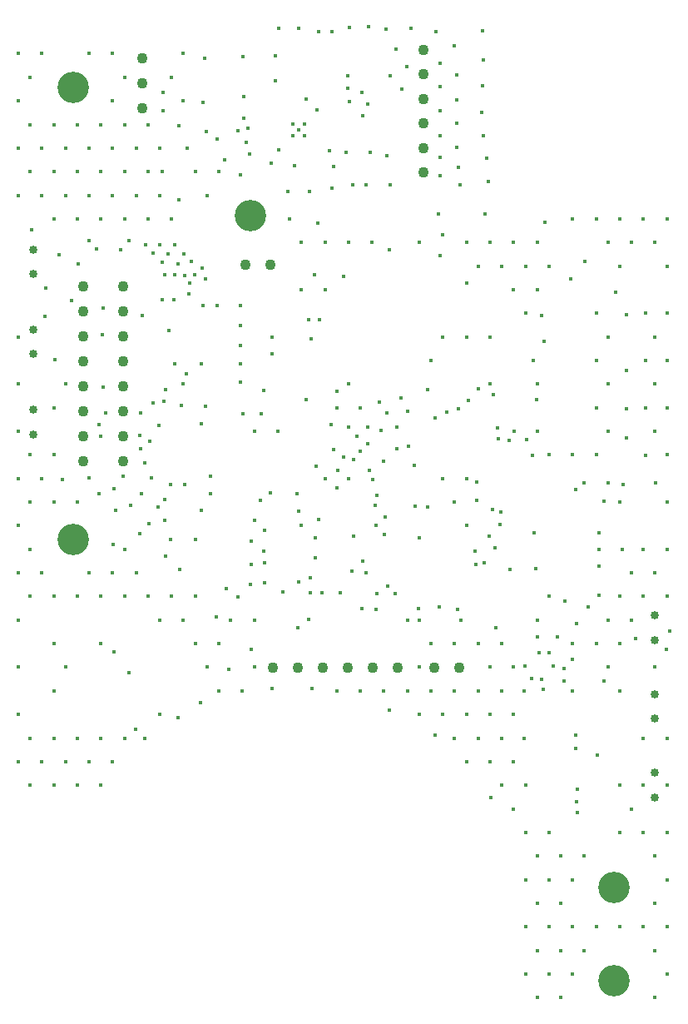
<source format=gbr>
%TF.GenerationSoftware,Altium Limited,Altium Designer,25.3.3 (18)*%
G04 Layer_Color=0*
%FSLAX45Y45*%
%MOMM*%
%TF.SameCoordinates,BD87FDF2-1F07-4250-B4CA-E9600B944348*%
%TF.FilePolarity,Positive*%
%TF.FileFunction,Plated,1,2,PTH,Drill*%
%TF.Part,Single*%
G01*
G75*
%TA.AperFunction,ComponentDrill*%
%ADD102C,1.10000*%
%ADD103C,3.20000*%
%ADD104C,0.85000*%
%ADD105C,1.10000*%
%TA.AperFunction,ViaDrill,NotFilled*%
%ADD106C,0.40000*%
D102*
X1400000Y5600000D02*
D03*
Y5346000D02*
D03*
Y5092000D02*
D03*
X799999Y2262000D02*
D03*
Y2516000D02*
D03*
Y2008000D02*
D03*
Y3024000D02*
D03*
Y3278000D02*
D03*
Y2770000D02*
D03*
Y1754000D02*
D03*
Y1500000D02*
D03*
X1199999Y2262000D02*
D03*
Y2516000D02*
D03*
Y2008000D02*
D03*
Y3024000D02*
D03*
Y3278000D02*
D03*
Y2770000D02*
D03*
Y1754000D02*
D03*
Y1500000D02*
D03*
X4260000Y5185000D02*
D03*
Y5685000D02*
D03*
Y5435000D02*
D03*
Y4935000D02*
D03*
Y4685000D02*
D03*
Y4435000D02*
D03*
D103*
X700000Y700000D02*
D03*
X2500000Y4000000D02*
D03*
X6202500Y-3785000D02*
D03*
Y-2835000D02*
D03*
X700000Y5300000D02*
D03*
D104*
X292700Y3402700D02*
D03*
Y3652700D02*
D03*
X290000Y1770000D02*
D03*
Y2020000D02*
D03*
Y2590000D02*
D03*
Y2840000D02*
D03*
X6616700Y-67500D02*
D03*
Y-317500D02*
D03*
Y-1667700D02*
D03*
Y-1917700D02*
D03*
Y-867600D02*
D03*
Y-1117600D02*
D03*
D105*
X4001900Y-602600D02*
D03*
X3493900D02*
D03*
X2731900D02*
D03*
X2985900D02*
D03*
X3239900D02*
D03*
X3747900D02*
D03*
X2699999Y3500000D02*
D03*
X2445999D02*
D03*
X4624200Y-602600D02*
D03*
X4370200D02*
D03*
D106*
X3150000Y3400000D02*
D03*
X3450000Y3380000D02*
D03*
X1330000Y-1230000D02*
D03*
X2510000Y-410000D02*
D03*
X2280000Y-620000D02*
D03*
X2150000Y-80000D02*
D03*
X3350000Y1620000D02*
D03*
X4170000Y1460000D02*
D03*
X4960000Y1010000D02*
D03*
X5050000Y980000D02*
D03*
X5040000Y860000D02*
D03*
X4930000Y740000D02*
D03*
X4990000Y620000D02*
D03*
X4880000Y470000D02*
D03*
X4782699Y583675D02*
D03*
X4800691Y1100899D02*
D03*
X4790000Y450000D02*
D03*
X5000000Y-190000D02*
D03*
X3380000Y1230000D02*
D03*
X1100000Y650000D02*
D03*
X1400000Y2980000D02*
D03*
X990000Y2790000D02*
D03*
X1000000Y3060000D02*
D03*
X1180000Y3650000D02*
D03*
X936694Y3654267D02*
D03*
X750000Y3510000D02*
D03*
X270000Y3850000D02*
D03*
X550000Y3600000D02*
D03*
X420000Y3260000D02*
D03*
X680000Y3130000D02*
D03*
X410000Y2970000D02*
D03*
X510000Y2530000D02*
D03*
X4179992Y1039998D02*
D03*
X3990000Y1630000D02*
D03*
X3850000Y1500000D02*
D03*
X4110000Y1650000D02*
D03*
X3167827Y1451830D02*
D03*
X2610000Y1980000D02*
D03*
X2420000D02*
D03*
X2000000Y1880000D02*
D03*
X2043463Y2060000D02*
D03*
X2638122Y2218222D02*
D03*
X3320000Y1870000D02*
D03*
X3890000Y1990000D02*
D03*
X3990000Y1850000D02*
D03*
X3694896Y1675104D02*
D03*
X3546913Y1515347D02*
D03*
X3619896Y1600104D02*
D03*
X3831337Y1811471D02*
D03*
X3690000Y1850000D02*
D03*
X3580000Y1750000D02*
D03*
X4300000Y2230000D02*
D03*
X4030000Y2140000D02*
D03*
X4100000Y2010000D02*
D03*
X3810000Y2100000D02*
D03*
X3709587Y1409379D02*
D03*
X3450000Y1540000D02*
D03*
X3740000Y1310000D02*
D03*
X3790000Y1150000D02*
D03*
X3770000Y1050000D02*
D03*
X3050000Y4810000D02*
D03*
X2930000D02*
D03*
Y4930000D02*
D03*
X3050000D02*
D03*
X2990000Y4870000D02*
D03*
X1770000Y4910000D02*
D03*
X1610000Y5250000D02*
D03*
Y5060000D02*
D03*
X6050000Y430000D02*
D03*
Y770000D02*
D03*
Y600000D02*
D03*
X6280000Y603789D02*
D03*
X5390000Y770000D02*
D03*
X5400000Y410000D02*
D03*
X5700000Y80000D02*
D03*
X5940000Y20000D02*
D03*
X6050000Y140000D02*
D03*
X6100000Y1090000D02*
D03*
X6330000Y2030000D02*
D03*
X5760000Y3350000D02*
D03*
X3910000Y3650000D02*
D03*
X4459217Y3801619D02*
D03*
X6330000Y1740000D02*
D03*
Y2420000D02*
D03*
Y2990000D02*
D03*
X6220000Y3220000D02*
D03*
X6520000Y3003790D02*
D03*
Y2523790D02*
D03*
X6519651Y1561600D02*
D03*
X6520000Y2043790D02*
D03*
X5903762Y3530363D02*
D03*
X5500000Y3930000D02*
D03*
X4890000Y4010000D02*
D03*
X4410000D02*
D03*
X6257801Y3483790D02*
D03*
X5777801Y3963790D02*
D03*
X3183577Y3918014D02*
D03*
X2900000Y3963790D02*
D03*
X1773124Y4159113D02*
D03*
X1598846Y4443790D02*
D03*
X1857801Y4683790D02*
D03*
X1217801Y4923790D02*
D03*
X1457801D02*
D03*
X1217801Y5403790D02*
D03*
X1577801Y4683790D02*
D03*
X1580000Y3700000D02*
D03*
X1730000D02*
D03*
X3497801Y3723790D02*
D03*
X3737801D02*
D03*
X5537801Y1563790D02*
D03*
X5777801D02*
D03*
X6017801D02*
D03*
X6290000Y1260000D02*
D03*
X6620000Y1280000D02*
D03*
X5897801D02*
D03*
X6137801D02*
D03*
X5810000Y1210000D02*
D03*
X6737801Y1083790D02*
D03*
X5019100Y1729100D02*
D03*
X3790000Y150000D02*
D03*
X3110000Y160000D02*
D03*
X2537801Y-116211D02*
D03*
X3110000Y310000D02*
D03*
X2990000Y270000D02*
D03*
X3090000Y-110000D02*
D03*
X3230000Y160000D02*
D03*
X3630000Y0D02*
D03*
X3410000Y160000D02*
D03*
X3780000Y-10000D02*
D03*
X3676098Y366905D02*
D03*
X3536098Y380000D02*
D03*
X4217801Y-596211D02*
D03*
X3970000Y150000D02*
D03*
X4300000Y1030000D02*
D03*
X4220000Y720000D02*
D03*
X1940000Y700000D02*
D03*
X1690000D02*
D03*
X1629995Y895984D02*
D03*
X1472440Y1698565D02*
D03*
X1382499Y1990000D02*
D03*
X1378356Y1628356D02*
D03*
X1370000Y1760000D02*
D03*
X971626Y1750000D02*
D03*
X1200000Y1350000D02*
D03*
X1108995Y1218995D02*
D03*
X860000Y1330000D02*
D03*
X1029292Y1992298D02*
D03*
X1000000Y2250000D02*
D03*
X617499Y2283790D02*
D03*
X1276564Y1051426D02*
D03*
X960000Y1870000D02*
D03*
X956944Y1169655D02*
D03*
X1463995Y863995D02*
D03*
X1690000Y1260000D02*
D03*
X1490000Y1330000D02*
D03*
X1630000Y1110000D02*
D03*
X2540000Y900000D02*
D03*
X2090000Y1170000D02*
D03*
X1560000Y1030000D02*
D03*
X1390000Y1170000D02*
D03*
X857801Y3740000D02*
D03*
X1260006D02*
D03*
X1457801Y3963790D02*
D03*
X497801D02*
D03*
X737801D02*
D03*
X1697801D02*
D03*
X1217801D02*
D03*
X977801D02*
D03*
X1510000Y3620000D02*
D03*
X1430000Y3700000D02*
D03*
X1600000Y3140000D02*
D03*
X5820000Y-150000D02*
D03*
X5422060Y-290764D02*
D03*
X6420000Y-300000D02*
D03*
X6770000Y-230000D02*
D03*
X6736830Y-411996D02*
D03*
X6100000Y-740000D02*
D03*
X5289134Y-1316211D02*
D03*
Y-836211D02*
D03*
X5185000Y1803790D02*
D03*
X6737801Y3963790D02*
D03*
X6617801Y3723790D02*
D03*
X6737801Y3483790D02*
D03*
Y3003790D02*
D03*
X6617801Y2763790D02*
D03*
X6737801Y2523790D02*
D03*
X6617801Y2283790D02*
D03*
X6737801Y2043790D02*
D03*
X6617801Y1803790D02*
D03*
X6737801Y1563790D02*
D03*
Y603789D02*
D03*
X6617801Y363789D02*
D03*
X6737801Y123789D02*
D03*
X6617801Y-596211D02*
D03*
X6737801Y-1316211D02*
D03*
Y-1796211D02*
D03*
Y-2276211D02*
D03*
X6617801Y-2516211D02*
D03*
X6737801Y-2756211D02*
D03*
X6617801Y-2996211D02*
D03*
X6737801Y-3236211D02*
D03*
X6617801Y-3476211D02*
D03*
X6737801Y-3716211D02*
D03*
X6617801Y-3956211D02*
D03*
X6497801Y3963790D02*
D03*
X6377801Y3723790D02*
D03*
X6497801Y603789D02*
D03*
X6377801Y363789D02*
D03*
X6497801Y123789D02*
D03*
X6377801Y-116211D02*
D03*
X6497801Y-1316211D02*
D03*
Y-1796211D02*
D03*
X6377801Y-2036211D02*
D03*
X6497801Y-2276211D02*
D03*
Y-3236211D02*
D03*
X6257801Y3963790D02*
D03*
X6137801Y3723790D02*
D03*
Y2763790D02*
D03*
Y2283790D02*
D03*
Y1803790D02*
D03*
X6257801Y1083790D02*
D03*
Y123789D02*
D03*
X6137801Y-116211D02*
D03*
X6257801Y-356211D02*
D03*
X6137801Y-596211D02*
D03*
X6257801Y-836211D02*
D03*
Y-1796211D02*
D03*
Y-2276211D02*
D03*
Y-3236211D02*
D03*
X6017801Y3963790D02*
D03*
Y3003790D02*
D03*
Y2523790D02*
D03*
Y2043790D02*
D03*
Y-356211D02*
D03*
X5897801Y-2516211D02*
D03*
X6017801Y-3236211D02*
D03*
X5897801Y-3476211D02*
D03*
X5777801Y-356211D02*
D03*
Y-836211D02*
D03*
X5657801Y-2516211D02*
D03*
X5777801Y-2756211D02*
D03*
X5657801Y-2996211D02*
D03*
X5777801Y-3236211D02*
D03*
X5657801Y-3476211D02*
D03*
X5777801Y-3716211D02*
D03*
X5657801Y-3956211D02*
D03*
X5417801Y3723790D02*
D03*
X5537801Y3483790D02*
D03*
X5417801Y3243790D02*
D03*
Y2283790D02*
D03*
Y1803790D02*
D03*
X5537801Y123789D02*
D03*
X5417801Y-116211D02*
D03*
X5537801Y-2276211D02*
D03*
X5417801Y-2516211D02*
D03*
X5537801Y-2756211D02*
D03*
X5417801Y-2996211D02*
D03*
X5537801Y-3236211D02*
D03*
X5417801Y-3476211D02*
D03*
X5537801Y-3716211D02*
D03*
X5417801Y-3956211D02*
D03*
X5177801Y3723790D02*
D03*
X5297801Y3483790D02*
D03*
X5177801Y3243790D02*
D03*
X5297801Y3003790D02*
D03*
X5177801Y-596211D02*
D03*
Y-1076211D02*
D03*
Y-1556211D02*
D03*
X5297801Y-1796211D02*
D03*
X5177801Y-2036211D02*
D03*
X5297801Y-2276211D02*
D03*
Y-2756211D02*
D03*
Y-3236211D02*
D03*
Y-3716211D02*
D03*
X4937801Y3723790D02*
D03*
X5057801Y3483790D02*
D03*
X4937801Y2763790D02*
D03*
Y2283790D02*
D03*
X5057801Y-356211D02*
D03*
X4937801Y-596211D02*
D03*
X5057801Y-836211D02*
D03*
X4937801Y-1076211D02*
D03*
X5057801Y-1316211D02*
D03*
X4937801Y-1556211D02*
D03*
X5057801Y-1796211D02*
D03*
X4697801Y3723790D02*
D03*
X4817801Y3483790D02*
D03*
X4697801Y2763790D02*
D03*
Y1323790D02*
D03*
Y843790D02*
D03*
X4817801Y-356211D02*
D03*
Y-836211D02*
D03*
X4697801Y-1076211D02*
D03*
X4817801Y-1316211D02*
D03*
X4697801Y-1556211D02*
D03*
X4457801Y2763790D02*
D03*
Y1323790D02*
D03*
X4577801Y1083790D02*
D03*
Y-356211D02*
D03*
Y-836211D02*
D03*
X4457801Y-1076211D02*
D03*
X4577801Y-1316211D02*
D03*
X4217801Y3723790D02*
D03*
X4337801Y2523790D02*
D03*
X4217801Y-116211D02*
D03*
X4337801Y-356211D02*
D03*
Y-836211D02*
D03*
X4217801Y-1076211D02*
D03*
X4097801Y-836211D02*
D03*
X3857801D02*
D03*
X3497801Y2283790D02*
D03*
X3617801Y2043790D02*
D03*
X3497801Y1323790D02*
D03*
X3617801Y-836211D02*
D03*
X3257801Y3723790D02*
D03*
Y3243790D02*
D03*
X3377801Y2043790D02*
D03*
X3257801Y1323790D02*
D03*
X3377801Y-836211D02*
D03*
X3017801Y3723790D02*
D03*
Y3243790D02*
D03*
Y843790D02*
D03*
X2777801Y1803790D02*
D03*
X2537801D02*
D03*
Y-596211D02*
D03*
X2297801Y-116211D02*
D03*
X2417801Y-836211D02*
D03*
X2177801Y4443790D02*
D03*
X2057801Y4203790D02*
D03*
X2177801Y-356211D02*
D03*
X2057801Y-596211D02*
D03*
X2177801Y-836211D02*
D03*
X1817801Y5643790D02*
D03*
Y5163790D02*
D03*
X1937801Y4443790D02*
D03*
X1817801Y2283790D02*
D03*
X1937801Y123789D02*
D03*
X1817801Y-116211D02*
D03*
X1937801Y-356211D02*
D03*
X1697801Y5403790D02*
D03*
X1577801Y4203790D02*
D03*
X1697801Y123789D02*
D03*
X1577801Y-116211D02*
D03*
Y-1076211D02*
D03*
X1337801Y4683790D02*
D03*
X1457801Y4443790D02*
D03*
X1337801Y4203790D02*
D03*
Y363789D02*
D03*
X1457801Y123789D02*
D03*
X1097801Y5643790D02*
D03*
Y5163790D02*
D03*
Y4683790D02*
D03*
X1217801Y4443790D02*
D03*
X1097801Y4203790D02*
D03*
X1217801Y603789D02*
D03*
X1097801Y363789D02*
D03*
X1217801Y123789D02*
D03*
Y-1316211D02*
D03*
X1097801Y-1556211D02*
D03*
X857801Y5643790D02*
D03*
X977801Y4923790D02*
D03*
X857801Y4683790D02*
D03*
X977801Y4443790D02*
D03*
X857801Y4203790D02*
D03*
Y363789D02*
D03*
X977801Y123789D02*
D03*
Y-356211D02*
D03*
Y-1316211D02*
D03*
X857801Y-1556211D02*
D03*
X977801Y-1796211D02*
D03*
X737801Y4923790D02*
D03*
X617801Y4683790D02*
D03*
X737801Y4443790D02*
D03*
X617801Y4203790D02*
D03*
X737801Y1083790D02*
D03*
Y123789D02*
D03*
X617801Y-596211D02*
D03*
X737801Y-1316211D02*
D03*
X617801Y-1556211D02*
D03*
X737801Y-1796211D02*
D03*
X377801Y5643790D02*
D03*
X497801Y4923790D02*
D03*
X377801Y4683790D02*
D03*
X497801Y4443790D02*
D03*
X377801Y4203790D02*
D03*
X497801Y2043790D02*
D03*
Y1563790D02*
D03*
X377801Y1323790D02*
D03*
X497801Y1083790D02*
D03*
X377801Y363789D02*
D03*
X497801Y123789D02*
D03*
Y-356211D02*
D03*
Y-836211D02*
D03*
Y-1316211D02*
D03*
X377801Y-1556211D02*
D03*
X497801Y-1796211D02*
D03*
X137801Y5643790D02*
D03*
X257801Y5403790D02*
D03*
X137801Y5163790D02*
D03*
X257801Y4923790D02*
D03*
X137801Y4683790D02*
D03*
X257801Y4443790D02*
D03*
X137801Y4203790D02*
D03*
Y2763790D02*
D03*
Y2283790D02*
D03*
Y1803790D02*
D03*
X257801Y1563790D02*
D03*
X137801Y1323790D02*
D03*
X257801Y1083790D02*
D03*
X137801Y843790D02*
D03*
X257801Y603789D02*
D03*
X137801Y363789D02*
D03*
X257801Y123789D02*
D03*
X137801Y-116211D02*
D03*
Y-596211D02*
D03*
Y-1076211D02*
D03*
X257801Y-1316211D02*
D03*
X137801Y-1556211D02*
D03*
X257801Y-1796211D02*
D03*
X2640000Y470000D02*
D03*
X2510000Y450000D02*
D03*
X2630721Y584361D02*
D03*
X2510000Y690000D02*
D03*
X2640000Y800000D02*
D03*
X2700000Y1180000D02*
D03*
X2600000Y1100000D02*
D03*
X5290000Y-580000D02*
D03*
X5780000Y-520000D02*
D03*
X5620000Y-290000D02*
D03*
X5584391Y-586957D02*
D03*
X5460000Y-720000D02*
D03*
X5483065Y-820000D02*
D03*
X5690000Y-608065D02*
D03*
X5540000Y-450000D02*
D03*
X5440000D02*
D03*
X5359135Y-713987D02*
D03*
X4700000Y3310000D02*
D03*
X4430230Y3590982D02*
D03*
X5410000Y2130000D02*
D03*
X5370000Y1560000D02*
D03*
X5310000Y1720000D02*
D03*
X5130000Y1710000D02*
D03*
X5009896Y1840104D02*
D03*
X4970104Y2180104D02*
D03*
X3120000Y2740000D02*
D03*
X3200000Y2940000D02*
D03*
X3090000D02*
D03*
X3380000Y2210000D02*
D03*
X3070000Y2130000D02*
D03*
X2720000Y2590000D02*
D03*
Y2760000D02*
D03*
X2400000Y3080000D02*
D03*
Y2880000D02*
D03*
Y2300000D02*
D03*
Y2490000D02*
D03*
Y2680000D02*
D03*
X2000000Y2490000D02*
D03*
X1850000Y2390000D02*
D03*
X1730000Y2490000D02*
D03*
X1640000Y2230000D02*
D03*
X1510000Y2090000D02*
D03*
X1570000Y1860000D02*
D03*
X1800000Y2070000D02*
D03*
X2090000Y1350000D02*
D03*
X1830000Y1260000D02*
D03*
X4640000Y-120000D02*
D03*
X5690000Y-740000D02*
D03*
X4950000Y-1920000D02*
D03*
X4380000Y-1290000D02*
D03*
X3910000Y-1030000D02*
D03*
X1420000Y-1320000D02*
D03*
X1760000Y-1110000D02*
D03*
X1990000Y-960000D02*
D03*
X2720000Y-810000D02*
D03*
X3130000D02*
D03*
X2980000Y-190000D02*
D03*
X4420000Y20000D02*
D03*
X4100000Y-120000D02*
D03*
X6030000Y-1490000D02*
D03*
X5810000Y-1420000D02*
D03*
Y-1290000D02*
D03*
X5830000Y-2070000D02*
D03*
X5820000Y-1960000D02*
D03*
X5830000Y-1840000D02*
D03*
X2164341Y3082881D02*
D03*
X2020000Y3080000D02*
D03*
X1660000Y3610000D02*
D03*
X2040000Y3350000D02*
D03*
X2010000Y3460000D02*
D03*
X1820000Y3610000D02*
D03*
X1760000Y3510000D02*
D03*
X1930000Y3400000D02*
D03*
X1900000Y3530000D02*
D03*
X1600000Y3520000D02*
D03*
X1720000Y3140000D02*
D03*
X1870000Y3200000D02*
D03*
X1880000Y3310000D02*
D03*
X1830000Y3390000D02*
D03*
X1730000Y3400000D02*
D03*
X1630000D02*
D03*
X1670000Y2830000D02*
D03*
X1620000Y2110000D02*
D03*
X3500000Y1850000D02*
D03*
X3390000Y1410000D02*
D03*
X1110000Y-440000D02*
D03*
X1260000Y-650000D02*
D03*
X5464285Y2981799D02*
D03*
X5490000Y2720000D02*
D03*
X5380000Y2520000D02*
D03*
X4380000Y1940000D02*
D03*
X4500000Y2000000D02*
D03*
X4620000Y2030000D02*
D03*
X4720000Y2120000D02*
D03*
X4820000Y2240000D02*
D03*
X2970000Y1170000D02*
D03*
X1420000Y1480000D02*
D03*
X590000Y1310000D02*
D03*
X1129497Y999497D02*
D03*
X1370000Y760000D02*
D03*
X2250000Y200000D02*
D03*
X1780000Y400000D02*
D03*
X1640000Y530000D02*
D03*
X2370000Y120000D02*
D03*
X2830000Y170000D02*
D03*
X3870000Y930000D02*
D03*
X3190000Y910000D02*
D03*
X3160000Y520000D02*
D03*
X2500000Y250000D02*
D03*
X2640000Y260000D02*
D03*
X3780000Y850000D02*
D03*
X3640000Y480000D02*
D03*
X3550000Y740000D02*
D03*
X3160000Y720000D02*
D03*
X4860000Y5880000D02*
D03*
X4870000Y5580000D02*
D03*
X4860000Y5320000D02*
D03*
X4850000Y5050000D02*
D03*
X4870000Y4810000D02*
D03*
X4900000Y4580000D02*
D03*
X4920000Y4340000D02*
D03*
X4630000Y4310000D02*
D03*
X4620000Y4490000D02*
D03*
X4600000Y4690000D02*
D03*
X4602283Y4933234D02*
D03*
X4600000Y5170000D02*
D03*
Y5430000D02*
D03*
X4570000Y5720000D02*
D03*
X4040000Y5280000D02*
D03*
X2490000Y4620000D02*
D03*
X2788577Y4668577D02*
D03*
X2948574Y4508580D02*
D03*
X2240000Y4560000D02*
D03*
X2400000Y4410000D02*
D03*
X2880000Y4240000D02*
D03*
X3100000D02*
D03*
X3690000Y5130000D02*
D03*
X2990000Y5900000D02*
D03*
X4430000Y4400000D02*
D03*
X3890000Y4610000D02*
D03*
X3720000Y4640000D02*
D03*
X3301942Y4660000D02*
D03*
X2160000Y4780093D02*
D03*
X2370000Y4860000D02*
D03*
X2430000Y4990000D02*
D03*
X2429497Y5210502D02*
D03*
X2472501Y4885658D02*
D03*
X2710000Y4530000D02*
D03*
X3180000Y5070000D02*
D03*
X3920000Y5420000D02*
D03*
X4095209Y5513640D02*
D03*
X3980000Y5690000D02*
D03*
X3510000Y5910000D02*
D03*
X3700000Y5920000D02*
D03*
X3881940Y5895524D02*
D03*
X4130000Y5900000D02*
D03*
X4390000Y5870000D02*
D03*
X4430000Y5550000D02*
D03*
Y5310000D02*
D03*
Y5060000D02*
D03*
Y4810000D02*
D03*
Y4590000D02*
D03*
X3920000Y4310000D02*
D03*
X3680000D02*
D03*
X3540000D02*
D03*
X3330000Y4280000D02*
D03*
X3470000Y4640000D02*
D03*
X3630000Y5250000D02*
D03*
X3510000Y5160000D02*
D03*
X4800000Y1290000D02*
D03*
X5140000Y400000D02*
D03*
X3900000Y230000D02*
D03*
X4210000Y0D02*
D03*
X4610000Y-10000D02*
D03*
X3860000Y750000D02*
D03*
X2990000Y990000D02*
D03*
X2000000Y1000000D02*
D03*
X2050000Y4850000D02*
D03*
X2790000Y5900000D02*
D03*
X2750000Y5370000D02*
D03*
X2020000Y5150000D02*
D03*
X2750000Y5620000D02*
D03*
X2420000Y5610000D02*
D03*
X2030000Y5600000D02*
D03*
X3070000Y5180000D02*
D03*
X3190000Y5870000D02*
D03*
X3330000D02*
D03*
X3490000Y5420000D02*
D03*
Y5290000D02*
D03*
X3350000Y4493764D02*
D03*
X2460000Y4740000D02*
D03*
X3640000Y5010000D02*
D03*
%TF.MD5,095184c9e3905ea4f7e22f7aca92e87c*%
M02*

</source>
